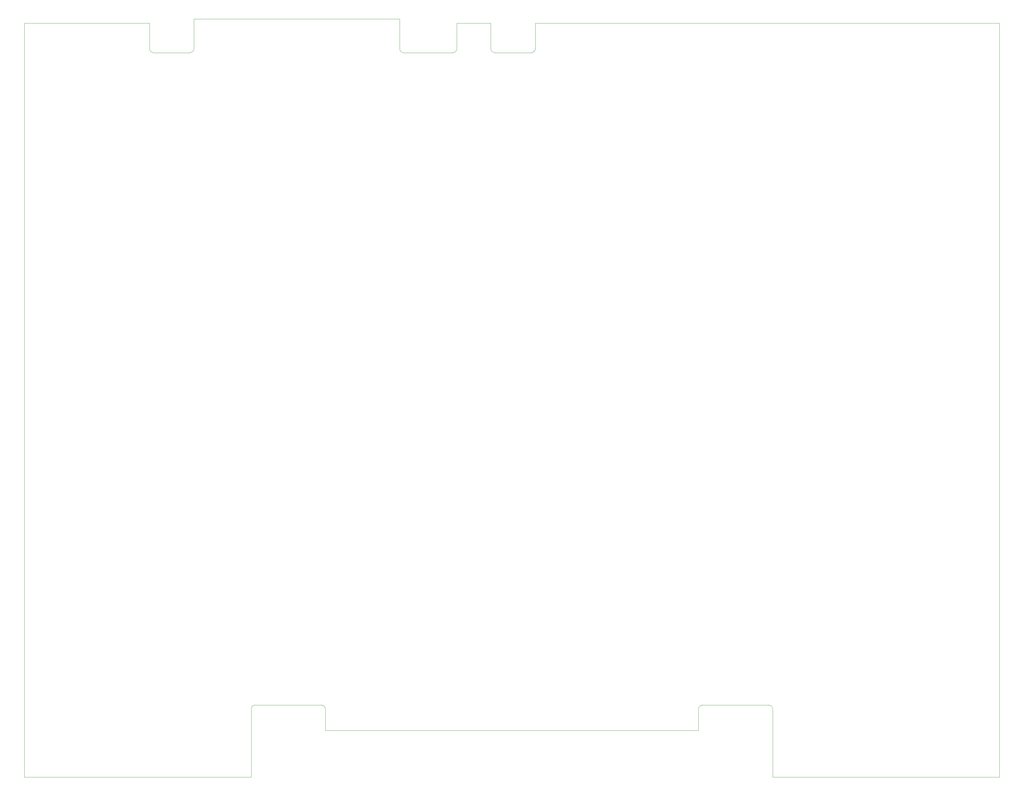
<source format=gbr>
%TF.GenerationSoftware,KiCad,Pcbnew,(6.0.1)*%
%TF.CreationDate,2022-04-20T20:45:43-06:00*%
%TF.ProjectId,star_wars_arcade_sound_pcb,73746172-5f77-4617-9273-5f6172636164,rev?*%
%TF.SameCoordinates,Original*%
%TF.FileFunction,Profile,NP*%
%FSLAX46Y46*%
G04 Gerber Fmt 4.6, Leading zero omitted, Abs format (unit mm)*
G04 Created by KiCad (PCBNEW (6.0.1)) date 2022-04-20 20:45:43*
%MOMM*%
%LPD*%
G01*
G04 APERTURE LIST*
%TA.AperFunction,Profile*%
%ADD10C,0.025400*%
%TD*%
G04 APERTURE END LIST*
D10*
X233680000Y-252730000D02*
X233680000Y-259080000D01*
X183515000Y-55880000D02*
G75*
G03*
X184785000Y-54610000I1J1269999D01*
G01*
X323850000Y-46990000D02*
X184785000Y-46990000D01*
X234950000Y-251460000D02*
G75*
G03*
X233680000Y-252730000I-1J-1269999D01*
G01*
X31750000Y-273050000D02*
X31750000Y-46990000D01*
X233680000Y-259080000D02*
X121920000Y-259080000D01*
X100965000Y-251460000D02*
G75*
G03*
X99695000Y-252730000I-1J-1269999D01*
G01*
X323850000Y-273050000D02*
X323850000Y-46990000D01*
X161290000Y-54610000D02*
X161290000Y-46990000D01*
X99695000Y-273050000D02*
X99695000Y-252730000D01*
X171450000Y-46990000D02*
X161290000Y-46990000D01*
X171450000Y-54610000D02*
G75*
G03*
X172720000Y-55880000I1269999J-1D01*
G01*
X70485000Y-55880000D02*
X81280000Y-55880000D01*
X171450000Y-46990000D02*
X171450000Y-54610000D01*
X69215000Y-46990000D02*
X69215000Y-54610000D01*
X254635000Y-251460000D02*
X234950000Y-251460000D01*
X82550000Y-45720000D02*
X144145000Y-45720000D01*
X121920000Y-259080000D02*
X121920000Y-252730000D01*
X255905000Y-252730000D02*
G75*
G03*
X254635000Y-251460000I-1269999J1D01*
G01*
X184785000Y-54610000D02*
X184785000Y-46990000D01*
X100965000Y-251460000D02*
X120650000Y-251460000D01*
X160020000Y-55880000D02*
G75*
G03*
X161290000Y-54610000I1J1269999D01*
G01*
X121920000Y-252730000D02*
G75*
G03*
X120650000Y-251460000I-1269999J1D01*
G01*
X31750000Y-46990000D02*
X69215000Y-46990000D01*
X255905000Y-273050000D02*
X255905000Y-252730000D01*
X31750000Y-273050000D02*
X99695000Y-273050000D01*
X323850000Y-273050000D02*
X255905000Y-273050000D01*
X183515000Y-55880000D02*
X172720000Y-55880000D01*
X81280000Y-55880000D02*
G75*
G03*
X82550000Y-54610000I1J1269999D01*
G01*
X82550000Y-54610000D02*
X82550000Y-45720000D01*
X144145000Y-54610000D02*
G75*
G03*
X145415000Y-55880000I1269999J-1D01*
G01*
X69215000Y-54610000D02*
G75*
G03*
X70485000Y-55880000I1269999J-1D01*
G01*
X160020000Y-55880000D02*
X145415000Y-55880000D01*
X144145000Y-54610000D02*
X144145000Y-45720000D01*
M02*

</source>
